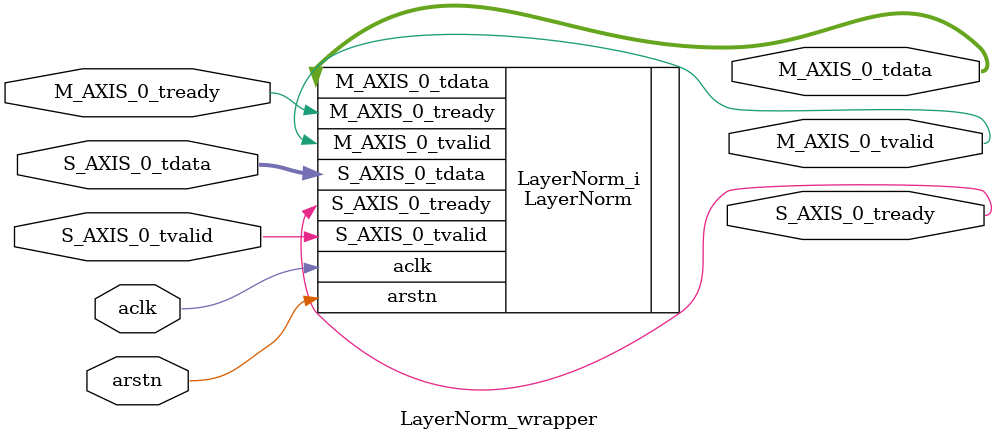
<source format=v>
`timescale 1 ps / 1 ps

module LayerNorm_wrapper
   (M_AXIS_0_tdata,
    M_AXIS_0_tready,
    M_AXIS_0_tvalid,
    S_AXIS_0_tdata,
    S_AXIS_0_tready,
    S_AXIS_0_tvalid,
    aclk,
    arstn);
  output [127:0]M_AXIS_0_tdata;
  input M_AXIS_0_tready;
  output M_AXIS_0_tvalid;
  input [127:0]S_AXIS_0_tdata;
  output S_AXIS_0_tready;
  input S_AXIS_0_tvalid;
  input aclk;
  input arstn;

  wire [127:0]M_AXIS_0_tdata;
  wire M_AXIS_0_tready;
  wire M_AXIS_0_tvalid;
  wire [127:0]S_AXIS_0_tdata;
  wire S_AXIS_0_tready;
  wire S_AXIS_0_tvalid;
  wire aclk;
  wire arstn;

  LayerNorm LayerNorm_i
       (.M_AXIS_0_tdata(M_AXIS_0_tdata),
        .M_AXIS_0_tready(M_AXIS_0_tready),
        .M_AXIS_0_tvalid(M_AXIS_0_tvalid),
        .S_AXIS_0_tdata(S_AXIS_0_tdata),
        .S_AXIS_0_tready(S_AXIS_0_tready),
        .S_AXIS_0_tvalid(S_AXIS_0_tvalid),
        .aclk(aclk),
        .arstn(arstn));
endmodule

</source>
